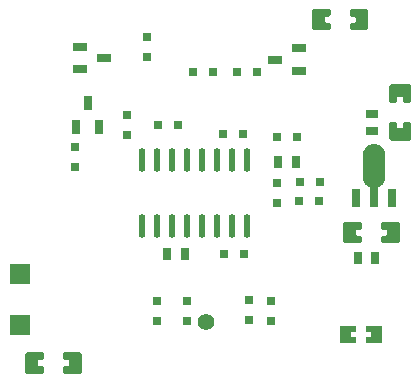
<source format=gtp>
G04 Layer: TopPasteMaskLayer*
G04 EasyEDA Pro v1.9.29.eba1c1, 2023-03-25 18:59:35*
G04 Gerber Generator version 0.3*
G04 Scale: 100 percent, Rotated: No, Reflected: No*
G04 Dimensions in millimeters*
G04 Leading zeros omitted, absolute positions, 3 integers and 3 decimals*
%FSLAX33Y33*%
%MOMM*%
%ADD10C,0.0254*%
%ADD11C,1.397*%
%ADD12R,0.800001X0.800001*%
%ADD13R,1.25001X0.699999*%
%ADD14R,0.800001X0.800001*%
%ADD15O,0.573989X2.037994*%
%ADD16R,0.800001X0.800001*%
%ADD17R,0.800001X1.000001*%
%ADD18R,0.7086X1.25001*%
%ADD19R,0.699999X1.25001*%
%ADD20R,0.800001X1.000001*%
%ADD21R,0.672008X1.575003*%
%ADD22R,1.25001X0.699999*%
%ADD23R,0.800001X0.800001*%
%ADD24R,1.000001X0.800001*%
%ADD25R,1.699997X1.799996*%
G75*


G04 PolygonModel Start*
G36*
G01X15836Y-4701D02*
G01X15836Y-4331D01*
G01X15936Y-4231D01*
G01X16241D01*
G01X16341Y-4131D01*
G01Y-3743D01*
G01X16241Y-3643D01*
G01X15936D01*
G01X15836Y-3543D01*
G01Y-3173D01*
G01X15936Y-3073D01*
G01X17221D01*
G01X17321Y-3173D01*
G01Y-4701D01*
G01X17221Y-4801D01*
G01X15936D01*
G01X15836Y-4701D01*
G37*
G54D10*
G01X15836Y-4701D02*
G01X15836Y-4331D01*
G01X15936Y-4231D01*
G01X16241D01*
G01X16341Y-4131D01*
G01Y-3743D01*
G01X16241Y-3643D01*
G01X15936D01*
G01X15836Y-3543D01*
G01Y-3173D01*
G01X15936Y-3073D01*
G01X17221D01*
G01X17321Y-3173D01*
G01Y-4701D01*
G01X17221Y-4801D01*
G01X15936D01*
G01X15836Y-4701D01*
G36*
G01X14136Y-4701D02*
G01X14136Y-4331D01*
G01X14036Y-4231D01*
G01X13731D01*
G01X13631Y-4131D01*
G01Y-3743D01*
G01X13731Y-3643D01*
G01X14036D01*
G01X14136Y-3543D01*
G01Y-3173D01*
G01X14036Y-3073D01*
G01X12751D01*
G01X12651Y-3173D01*
G01Y-4701D01*
G01X12751Y-4801D01*
G01X14036D01*
G01X14136Y-4701D01*
G37*
G01X14136Y-4701D02*
G01X14136Y-4331D01*
G01X14036Y-4231D01*
G01X13731D01*
G01X13631Y-4131D01*
G01Y-3743D01*
G01X13731Y-3643D01*
G01X14036D01*
G01X14136Y-3543D01*
G01Y-3173D01*
G01X14036Y-3073D01*
G01X12751D01*
G01X12651Y-3173D01*
G01Y-4701D01*
G01X12751Y-4801D01*
G01X14036D01*
G01X14136Y-4701D01*
G36*
G01X12397Y-13213D02*
G01X12397Y-11933D01*
G01X12447Y-11883D01*
G01X13597D01*
G01X13647Y-11933D01*
G01X13652Y-12343D01*
G01X13202D01*
G01Y-12793D01*
G01X13642D01*
G01X13647Y-13213D01*
G01X13597Y-13263D01*
G01X12447D01*
G01X12397Y-13213D01*
G37*
G01X12397Y-13213D02*
G01X12397Y-11933D01*
G01X12447Y-11883D01*
G01X13597D01*
G01X13647Y-11933D01*
G01X13652Y-12343D01*
G01X13202D01*
G01Y-12793D01*
G01X13642D01*
G01X13647Y-13213D01*
G01X13597Y-13263D01*
G01X12447D01*
G01X12397Y-13213D01*
G36*
G01X14547Y-13213D02*
G01X14547Y-12793D01*
G01X14992D01*
G01Y-12343D01*
G01X14552D01*
G01X14547Y-11933D01*
G01X14597Y-11883D01*
G01X15747D01*
G01X15797Y-11933D01*
G01Y-13213D01*
G01X15747Y-13263D01*
G01X14597D01*
G01X14547Y-13213D01*
G37*
G01X14547Y-13213D02*
G01X14547Y-12793D01*
G01X14992D01*
G01Y-12343D01*
G01X14552D01*
G01X14547Y-11933D01*
G01X14597Y-11883D01*
G01X15747D01*
G01X15797Y-11933D01*
G01Y-13213D01*
G01X15747Y-13263D01*
G01X14597D01*
G01X14547Y-13213D01*
G36*
G01X-11088Y-15750D02*
G01X-11088Y-15380D01*
G01X-10988Y-15280D01*
G01X-10683D01*
G01X-10583Y-15180D01*
G01Y-14792D01*
G01X-10683Y-14692D01*
G01X-10988D01*
G01X-11088Y-14592D01*
G01Y-14222D01*
G01X-10988Y-14122D01*
G01X-9703D01*
G01X-9603Y-14222D01*
G01Y-15750D01*
G01X-9703Y-15850D01*
G01X-10988D01*
G01X-11088Y-15750D01*
G37*
G01X-11088Y-15750D02*
G01X-11088Y-15380D01*
G01X-10988Y-15280D01*
G01X-10683D01*
G01X-10583Y-15180D01*
G01Y-14792D01*
G01X-10683Y-14692D01*
G01X-10988D01*
G01X-11088Y-14592D01*
G01Y-14222D01*
G01X-10988Y-14122D01*
G01X-9703D01*
G01X-9603Y-14222D01*
G01Y-15750D01*
G01X-9703Y-15850D01*
G01X-10988D01*
G01X-11088Y-15750D01*
G36*
G01X-12788Y-15750D02*
G01X-12788Y-15380D01*
G01X-12888Y-15280D01*
G01X-13193D01*
G01X-13293Y-15180D01*
G01Y-14792D01*
G01X-13193Y-14692D01*
G01X-12888D01*
G01X-12788Y-14592D01*
G01Y-14222D01*
G01X-12888Y-14122D01*
G01X-14173D01*
G01X-14273Y-14222D01*
G01Y-15750D01*
G01X-14173Y-15850D01*
G01X-12888D01*
G01X-12788Y-15750D01*
G37*
G01X-12788Y-15750D02*
G01X-12788Y-15380D01*
G01X-12888Y-15280D01*
G01X-13193D01*
G01X-13293Y-15180D01*
G01Y-14792D01*
G01X-13193Y-14692D01*
G01X-12888D01*
G01X-12788Y-14592D01*
G01Y-14222D01*
G01X-12888Y-14122D01*
G01X-14173D01*
G01X-14273Y-14222D01*
G01Y-15750D01*
G01X-14173Y-15850D01*
G01X-12888D01*
G01X-12788Y-15750D01*
G36*
G01X16635Y5373D02*
G01X17005Y5373D01*
G01X17105Y5273D01*
G01Y4968D01*
G01X17205Y4868D01*
G01X17593D01*
G01X17693Y4968D01*
G01Y5273D01*
G01X17793Y5373D01*
G01X18163D01*
G01X18263Y5273D01*
G01Y3988D01*
G01X18163Y3888D01*
G01X16635D01*
G01X16535Y3988D01*
G01Y5273D01*
G01X16635Y5373D01*
G37*
G01X16635Y5373D02*
G01X17005Y5373D01*
G01X17105Y5273D01*
G01Y4968D01*
G01X17205Y4868D01*
G01X17593D01*
G01X17693Y4968D01*
G01Y5273D01*
G01X17793Y5373D01*
G01X18163D01*
G01X18263Y5273D01*
G01Y3988D01*
G01X18163Y3888D01*
G01X16635D01*
G01X16535Y3988D01*
G01Y5273D01*
G01X16635Y5373D01*
G36*
G01X16635Y7073D02*
G01X17005Y7073D01*
G01X17105Y7173D01*
G01Y7478D01*
G01X17205Y7578D01*
G01X17593D01*
G01X17693Y7478D01*
G01Y7173D01*
G01X17793Y7073D01*
G01X18163D01*
G01X18263Y7173D01*
G01Y8458D01*
G01X18163Y8558D01*
G01X16635D01*
G01X16535Y8458D01*
G01Y7173D01*
G01X16635Y7073D01*
G37*
G01X16635Y7073D02*
G01X17005Y7073D01*
G01X17105Y7173D01*
G01Y7478D01*
G01X17205Y7578D01*
G01X17593D01*
G01X17693Y7478D01*
G01Y7173D01*
G01X17793Y7073D01*
G01X18163D01*
G01X18263Y7173D01*
G01Y8458D01*
G01X18163Y8558D01*
G01X16635D01*
G01X16535Y8458D01*
G01Y7173D01*
G01X16635Y7073D01*
G36*
G01X13169Y13333D02*
G01X13169Y13703D01*
G01X13269Y13803D01*
G01X13574D01*
G01X13674Y13903D01*
G01Y14291D01*
G01X13574Y14391D01*
G01X13269D01*
G01X13169Y14491D01*
G01Y14861D01*
G01X13269Y14961D01*
G01X14554D01*
G01X14654Y14861D01*
G01Y13333D01*
G01X14554Y13233D01*
G01X13269D01*
G01X13169Y13333D01*
G37*
G01X13169Y13333D02*
G01X13169Y13703D01*
G01X13269Y13803D01*
G01X13574D01*
G01X13674Y13903D01*
G01Y14291D01*
G01X13574Y14391D01*
G01X13269D01*
G01X13169Y14491D01*
G01Y14861D01*
G01X13269Y14961D01*
G01X14554D01*
G01X14654Y14861D01*
G01Y13333D01*
G01X14554Y13233D01*
G01X13269D01*
G01X13169Y13333D01*
G36*
G01X11469Y13333D02*
G01X11469Y13703D01*
G01X11369Y13803D01*
G01X11064D01*
G01X10964Y13903D01*
G01Y14291D01*
G01X11064Y14391D01*
G01X11369D01*
G01X11469Y14491D01*
G01Y14861D01*
G01X11369Y14961D01*
G01X10084D01*
G01X9984Y14861D01*
G01Y13333D01*
G01X10084Y13233D01*
G01X11369D01*
G01X11469Y13333D01*
G37*
G01X11469Y13333D02*
G01X11469Y13703D01*
G01X11369Y13803D01*
G01X11064D01*
G01X10964Y13903D01*
G01Y14291D01*
G01X11064Y14391D01*
G01X11369D01*
G01X11469Y14491D01*
G01Y14861D01*
G01X11369Y14961D01*
G01X10084D01*
G01X9984Y14861D01*
G01Y13333D01*
G01X10084Y13233D01*
G01X11369D01*
G01X11469Y13333D01*
G04 PolygonModel End*

G04 Pad Start*
G54D11*
G01X1016Y-11557D03*
G54D12*
G01X-4007Y12554D03*
G01X-4007Y10854D03*
G54D13*
G01X-9636Y11745D03*
G01X-9636Y9845D03*
G01X-7636Y10795D03*
G54D14*
G01X7055Y-1505D03*
G01X7055Y195D03*
G54D15*
G01X-4445Y-3404D03*
G01X-3175Y-3404D03*
G01X-1905Y-3404D03*
G01X-635Y-3404D03*
G01X635Y-3404D03*
G01X1905Y-3404D03*
G01X3175Y-3404D03*
G01X4445Y-3404D03*
G01X-4445Y2134D03*
G01X-3175Y2134D03*
G01X-1905Y2134D03*
G01X-635Y2134D03*
G01X635Y2134D03*
G01X1905Y2134D03*
G01X3175Y2134D03*
G01X4445Y2134D03*
G54D14*
G01X4642Y-11411D03*
G01X4642Y-9711D03*
G54D12*
G01X6534Y-9798D03*
G01X6534Y-11498D03*
G54D16*
G01X-108Y9582D03*
G01X1592Y9582D03*
G54D17*
G01X8617Y1955D03*
G01X7117Y1955D03*
G54D16*
G01X2559Y-5785D03*
G01X4259Y-5785D03*
G54D19*
G01X-9967Y4969D03*
G01X-8067Y4969D03*
G01X-9017Y6969D03*
G54D16*
G01X-3029Y5137D03*
G01X-1329Y5137D03*
G54D20*
G01X-2267Y-5765D03*
G01X-767Y-5765D03*
G54D16*
G01X2432Y4375D03*
G01X4132Y4375D03*
G54D12*
G01X-5658Y5950D03*
G01X-5658Y4250D03*
G54D21*
G01X13740Y-1061D03*
G01X16740Y-1061D03*
G54D16*
G01X7004Y4121D03*
G01X8704Y4121D03*
G54D22*
G01X8874Y9718D03*
G01X8874Y11618D03*
G01X6874Y10668D03*
G54D23*
G01X5315Y9595D03*
G01X3615Y9595D03*
G54D12*
G01X-3118Y-9798D03*
G01X-3118Y-11498D03*
G01X-578Y-9798D03*
G01X-578Y-11498D03*
G01X-10103Y3283D03*
G01X-10103Y1583D03*
G54D16*
G01X8909Y-1340D03*
G01X10609Y-1340D03*
G54D24*
G01X15063Y6077D03*
G01X15063Y4577D03*
G54D20*
G01X13862Y-6146D03*
G01X15362Y-6146D03*
G54D25*
G01X-14732Y-7460D03*
G01X-14732Y-11844D03*
G54D23*
G01X10649Y324D03*
G01X8949Y324D03*
G36*
G01X14910Y-1849D02*
G01X14910Y-152D01*
G01X14831Y-134D01*
G01X14791Y-113D01*
G01X14752Y-91D01*
G01X14714Y-68D01*
G01X14678Y-42D01*
G01X14643Y-15D01*
G01X14609Y14D01*
G01X14576Y44D01*
G01X14545Y76D01*
G01X14515Y109D01*
G01X14487Y144D01*
G01X14461Y180D01*
G01X14436Y217D01*
G01X14414Y255D01*
G01X14392Y294D01*
G01X14373Y335D01*
G01X14356Y376D01*
G01X14341Y418D01*
G01X14327Y460D01*
G01X14316Y503D01*
G01X14307Y547D01*
G01X14299Y591D01*
G01X14294Y635D01*
G01X14291Y679D01*
G01X14290Y724D01*
G01Y2578D01*
G01X14291Y2622D01*
G01X14294Y2667D01*
G01X14299Y2711D01*
G01X14307Y2755D01*
G01X14316Y2799D01*
G01X14327Y2842D01*
G01X14341Y2884D01*
G01X14356Y2926D01*
G01X14373Y2967D01*
G01X14392Y3007D01*
G01X14414Y3047D01*
G01X14436Y3085D01*
G01X14461Y3122D01*
G01X14487Y3158D01*
G01X14515Y3192D01*
G01X14545Y3226D01*
G01X14576Y3258D01*
G01X14609Y3288D01*
G01X14643Y3317D01*
G01X14678Y3344D01*
G01X14714Y3369D01*
G01X14752Y3393D01*
G01X14791Y3415D01*
G01X14831Y3435D01*
G01X14871Y3454D01*
G01X14913Y3470D01*
G01X14955Y3484D01*
G01X14998Y3497D01*
G01X15041Y3507D01*
G01X15085Y3515D01*
G01X15129Y3521D01*
G01X15173Y3526D01*
G01X15218Y3528D01*
G01X15262D01*
G01X15307Y3526D01*
G01X15351Y3521D01*
G01X15395Y3515D01*
G01X15439Y3507D01*
G01X15482Y3497D01*
G01X15525Y3484D01*
G01X15567Y3470D01*
G01X15609Y3454D01*
G01X15649Y3435D01*
G01X15689Y3415D01*
G01X15728Y3393D01*
G01X15765Y3369D01*
G01X15802Y3344D01*
G01X15837Y3317D01*
G01X15871Y3288D01*
G01X15904Y3258D01*
G01X15935Y3226D01*
G01X15965Y3192D01*
G01X15993Y3158D01*
G01X16019Y3122D01*
G01X16043Y3085D01*
G01X16066Y3047D01*
G01X16087Y3007D01*
G01X16107Y2967D01*
G01X16124Y2926D01*
G01X16139Y2884D01*
G01X16153Y2842D01*
G01X16164Y2799D01*
G01X16173Y2755D01*
G01X16181Y2711D01*
G01X16186Y2667D01*
G01X16189Y2622D01*
G01X16190Y2578D01*
G01Y724D01*
G01X16189Y679D01*
G01X16186Y635D01*
G01X16181Y591D01*
G01X16173Y547D01*
G01X16164Y503D01*
G01X16153Y460D01*
G01X16139Y418D01*
G01X16124Y376D01*
G01X16107Y335D01*
G01X16087Y294D01*
G01X16066Y255D01*
G01X16043Y217D01*
G01X16019Y180D01*
G01X15993Y144D01*
G01X15965Y109D01*
G01X15935Y76D01*
G01X15904Y44D01*
G01X15871Y14D01*
G01X15837Y-15D01*
G01X15802Y-42D01*
G01X15765Y-68D01*
G01X15728Y-91D01*
G01X15689Y-113D01*
G01X15649Y-134D01*
G01X15570Y-152D01*
G01Y-1849D01*
G01X14910D01*
G37*
G04 Pad End*

M02*

</source>
